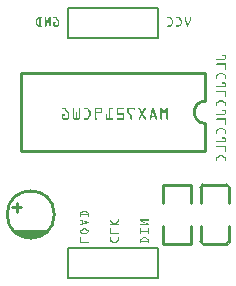
<source format=gbo>
G04 Layer: BottomSilkLayer*
G04 EasyEDA v6.3.53, 2020-07-19T22:27:28+02:00*
G04 3120cfb910ab4567be944433c0d318a6,a54f91b67bf74260adec70c9c35cfc8e,10*
G04 Gerber Generator version 0.2*
G04 Scale: 100 percent, Rotated: No, Reflected: No *
G04 Dimensions in millimeters *
G04 leading zeros omitted , absolute positions ,3 integer and 3 decimal *
%FSLAX33Y33*%
%MOMM*%
G90*
G71D02*

%ADD10C,0.254000*%
%ADD21C,0.203200*%
%ADD22C,0.202999*%

%LPD*%
G54D21*
G01X12254Y22860D02*
G01X14159Y22860D01*
G01X14159Y20320D01*
G01X6539Y20320D01*
G01X6539Y22860D01*
G54D22*
G01X6539Y22860D02*
G01X12254Y22860D01*
G54D21*
G01X12254Y2540D02*
G01X14159Y2540D01*
G01X14159Y0D01*
G01X6539Y0D01*
G01X6539Y2540D01*
G54D22*
G01X6539Y2540D02*
G01X12254Y2540D01*
G54D10*
G01X17936Y2887D02*
G01X19936Y2887D01*
G01X17736Y6387D02*
G01X17736Y7587D01*
G01X20136Y6387D02*
G01X20136Y7587D01*
G01X17736Y4387D02*
G01X17736Y3188D01*
G01X20136Y4387D02*
G01X20136Y3188D01*
G01X17936Y7887D02*
G01X19936Y7887D01*
G01X17736Y7687D02*
G01X17736Y7587D01*
G01X20136Y7687D02*
G01X20136Y7587D01*
G01X17736Y3087D02*
G01X17736Y3188D01*
G01X20136Y3087D02*
G01X20136Y3188D01*
G01X16955Y2887D02*
G01X14556Y2887D01*
G01X14556Y6387D02*
G01X14556Y7887D01*
G01X16955Y6387D02*
G01X16955Y7887D01*
G01X14556Y4387D02*
G01X14556Y2887D01*
G01X16955Y4387D02*
G01X16955Y2887D01*
G01X16955Y7887D02*
G01X14556Y7887D01*
G01X2158Y5590D02*
G01X2158Y6390D01*
G01X2539Y5997D02*
G01X1739Y5997D01*
G01X18150Y14977D02*
G01X18150Y17386D01*
G01X2549Y17386D01*
G01X2549Y17386D02*
G01X2549Y10744D01*
G01X2549Y10744D02*
G01X18119Y10744D01*
G01X18119Y13080D01*

%LPD*%
G36*
G01X4226Y22088D02*
G01X4048Y22088D01*
G01X4004Y22082D01*
G01X3966Y22065D01*
G01X3935Y22038D01*
G01X3911Y21999D01*
G01X3809Y21793D01*
G01X3798Y21768D01*
G01X3790Y21742D01*
G01X3785Y21717D01*
G01X3784Y21691D01*
G01X3785Y21662D01*
G01X3790Y21633D01*
G01X3798Y21607D01*
G01X3809Y21582D01*
G01X3913Y21374D01*
G01X3938Y21336D01*
G01X3970Y21309D01*
G01X4010Y21293D01*
G01X4058Y21287D01*
G01X4226Y21287D01*
G01X4256Y21291D01*
G01X4277Y21300D01*
G01X4290Y21316D01*
G01X4294Y21338D01*
G01X4290Y21361D01*
G01X4277Y21376D01*
G01X4256Y21386D01*
G01X4226Y21389D01*
G01X4190Y21389D01*
G01X4190Y21986D01*
G01X4226Y21986D01*
G01X4256Y21989D01*
G01X4277Y21999D01*
G01X4290Y22014D01*
G01X4294Y22037D01*
G01X4290Y22059D01*
G01X4277Y22075D01*
G01X4256Y22085D01*
G01X4226Y22088D01*
G37*

%LPC*%
G36*
G01X4088Y21986D02*
G01X4058Y21986D01*
G01X4040Y21984D01*
G01X4025Y21978D01*
G01X4014Y21967D01*
G01X4005Y21953D01*
G01X3906Y21757D01*
G01X3897Y21738D01*
G01X3890Y21719D01*
G01X3887Y21702D01*
G01X3885Y21686D01*
G01X3886Y21672D01*
G01X3889Y21658D01*
G01X3894Y21643D01*
G01X3900Y21628D01*
G01X4002Y21422D01*
G01X4011Y21408D01*
G01X4023Y21397D01*
G01X4038Y21391D01*
G01X4055Y21389D01*
G01X4088Y21389D01*
G01X4088Y21986D01*
G37*

%LPD*%
G36*
G01X4601Y22084D02*
G01X4579Y22088D01*
G01X4556Y22084D01*
G01X4541Y22070D01*
G01X4531Y22049D01*
G01X4528Y22019D01*
G01X4528Y21287D01*
G01X4662Y21287D01*
G01X4934Y21905D01*
G01X4934Y21356D01*
G01X4937Y21326D01*
G01X4947Y21305D01*
G01X4963Y21292D01*
G01X4985Y21287D01*
G01X5007Y21292D01*
G01X5023Y21305D01*
G01X5033Y21326D01*
G01X5036Y21356D01*
G01X5036Y22088D01*
G01X4901Y22088D01*
G01X4629Y21463D01*
G01X4629Y22019D01*
G01X4626Y22049D01*
G01X4617Y22070D01*
G01X4601Y22084D01*
G37*

%LPD*%
G36*
G01X5473Y22088D02*
G01X5341Y22088D01*
G01X5311Y22085D01*
G01X5289Y22075D01*
G01X5276Y22059D01*
G01X5272Y22037D01*
G01X5276Y22014D01*
G01X5289Y21999D01*
G01X5311Y21989D01*
G01X5341Y21986D01*
G01X5457Y21986D01*
G01X5471Y21985D01*
G01X5483Y21984D01*
G01X5492Y21983D01*
G01X5498Y21981D01*
G01X5503Y21978D01*
G01X5508Y21973D01*
G01X5515Y21964D01*
G01X5523Y21953D01*
G01X5650Y21788D01*
G01X5662Y21772D01*
G01X5670Y21753D01*
G01X5674Y21733D01*
G01X5676Y21712D01*
G01X5676Y21450D01*
G01X5672Y21423D01*
G01X5661Y21404D01*
G01X5643Y21393D01*
G01X5617Y21389D01*
G01X5430Y21389D01*
G01X5404Y21393D01*
G01X5386Y21404D01*
G01X5375Y21423D01*
G01X5371Y21450D01*
G01X5371Y21549D01*
G01X5457Y21549D01*
G01X5487Y21552D01*
G01X5509Y21561D01*
G01X5522Y21576D01*
G01X5526Y21597D01*
G01X5522Y21621D01*
G01X5509Y21637D01*
G01X5487Y21647D01*
G01X5457Y21651D01*
G01X5269Y21651D01*
G01X5269Y21437D01*
G01X5273Y21408D01*
G01X5281Y21380D01*
G01X5295Y21355D01*
G01X5315Y21331D01*
G01X5339Y21312D01*
G01X5365Y21298D01*
G01X5392Y21290D01*
G01X5422Y21287D01*
G01X5625Y21287D01*
G01X5657Y21290D01*
G01X5686Y21298D01*
G01X5711Y21312D01*
G01X5734Y21331D01*
G01X5753Y21355D01*
G01X5767Y21381D01*
G01X5775Y21410D01*
G01X5777Y21442D01*
G01X5777Y21724D01*
G01X5774Y21758D01*
G01X5766Y21791D01*
G01X5752Y21823D01*
G01X5732Y21854D01*
G01X5597Y22027D01*
G01X5571Y22054D01*
G01X5542Y22072D01*
G01X5509Y22084D01*
G01X5473Y22088D01*
G37*

%LPD*%

%LPD*%
G36*
G01X15153Y22088D02*
G01X14980Y22088D01*
G01X14951Y22085D01*
G01X14931Y22075D01*
G01X14918Y22059D01*
G01X14914Y22037D01*
G01X14918Y22014D01*
G01X14931Y21999D01*
G01X14951Y21989D01*
G01X14980Y21986D01*
G01X15150Y21986D01*
G01X15167Y21984D01*
G01X15181Y21978D01*
G01X15193Y21969D01*
G01X15203Y21955D01*
G01X15302Y21752D01*
G01X15309Y21737D01*
G01X15314Y21720D01*
G01X15317Y21704D01*
G01X15318Y21686D01*
G01X15317Y21671D01*
G01X15314Y21656D01*
G01X15309Y21641D01*
G01X15302Y21625D01*
G01X15203Y21425D01*
G01X15193Y21409D01*
G01X15180Y21398D01*
G01X15164Y21391D01*
G01X15145Y21389D01*
G01X14980Y21389D01*
G01X14951Y21386D01*
G01X14931Y21376D01*
G01X14918Y21361D01*
G01X14914Y21338D01*
G01X14918Y21316D01*
G01X14931Y21300D01*
G01X14951Y21291D01*
G01X14980Y21287D01*
G01X15160Y21287D01*
G01X15202Y21293D01*
G01X15238Y21309D01*
G01X15268Y21336D01*
G01X15292Y21374D01*
G01X15399Y21587D01*
G01X15409Y21611D01*
G01X15416Y21635D01*
G01X15420Y21660D01*
G01X15422Y21686D01*
G01X15420Y21714D01*
G01X15416Y21740D01*
G01X15409Y21764D01*
G01X15399Y21788D01*
G01X15292Y22001D01*
G01X15267Y22039D01*
G01X15236Y22066D01*
G01X15197Y22082D01*
G01X15153Y22088D01*
G37*

%LPD*%
G36*
G01X15897Y22088D02*
G01X15724Y22088D01*
G01X15695Y22085D01*
G01X15674Y22075D01*
G01X15662Y22059D01*
G01X15658Y22037D01*
G01X15662Y22014D01*
G01X15675Y21999D01*
G01X15695Y21989D01*
G01X15724Y21986D01*
G01X15894Y21986D01*
G01X15911Y21984D01*
G01X15925Y21978D01*
G01X15936Y21969D01*
G01X15945Y21955D01*
G01X16047Y21752D01*
G01X16053Y21737D01*
G01X16058Y21720D01*
G01X16061Y21704D01*
G01X16062Y21686D01*
G01X16061Y21671D01*
G01X16058Y21656D01*
G01X16053Y21641D01*
G01X16047Y21625D01*
G01X15948Y21425D01*
G01X15937Y21409D01*
G01X15924Y21398D01*
G01X15908Y21391D01*
G01X15889Y21389D01*
G01X15724Y21389D01*
G01X15695Y21386D01*
G01X15674Y21376D01*
G01X15662Y21361D01*
G01X15658Y21338D01*
G01X15662Y21316D01*
G01X15675Y21300D01*
G01X15695Y21291D01*
G01X15724Y21287D01*
G01X15902Y21287D01*
G01X15945Y21293D01*
G01X15981Y21309D01*
G01X16012Y21336D01*
G01X16037Y21374D01*
G01X16143Y21587D01*
G01X16153Y21611D01*
G01X16161Y21635D01*
G01X16165Y21660D01*
G01X16166Y21686D01*
G01X16165Y21714D01*
G01X16161Y21740D01*
G01X16153Y21764D01*
G01X16143Y21788D01*
G01X16037Y22001D01*
G01X16012Y22039D01*
G01X15980Y22066D01*
G01X15942Y22082D01*
G01X15897Y22088D01*
G37*

%LPD*%
G36*
G01X16474Y22084D02*
G01X16451Y22088D01*
G01X16429Y22084D01*
G01X16415Y22071D01*
G01X16405Y22050D01*
G01X16402Y22022D01*
G01X16402Y21879D01*
G01X16403Y21867D01*
G01X16404Y21854D01*
G01X16406Y21841D01*
G01X16410Y21828D01*
G01X16606Y21320D01*
G01X16614Y21306D01*
G01X16625Y21296D01*
G01X16639Y21290D01*
G01X16654Y21287D01*
G01X16671Y21290D01*
G01X16684Y21296D01*
G01X16696Y21306D01*
G01X16705Y21320D01*
G01X16900Y21828D01*
G01X16902Y21834D01*
G01X16903Y21836D01*
G01X16903Y21839D01*
G01X16906Y21847D01*
G01X16908Y21856D01*
G01X16910Y21867D01*
G01X16910Y22019D01*
G01X16907Y22049D01*
G01X16898Y22070D01*
G01X16882Y22084D01*
G01X16860Y22088D01*
G01X16837Y22084D01*
G01X16821Y22070D01*
G01X16812Y22049D01*
G01X16809Y22019D01*
G01X16809Y21872D01*
G01X16656Y21481D01*
G01X16504Y21872D01*
G01X16504Y22022D01*
G01X16500Y22050D01*
G01X16491Y22071D01*
G01X16474Y22084D01*
G37*

%LPD*%

%LPD*%
G36*
G01X7917Y5698D02*
G01X7891Y5699D01*
G01X7861Y5698D01*
G01X7833Y5694D01*
G01X7807Y5687D01*
G01X7782Y5677D01*
G01X7574Y5572D01*
G01X7536Y5547D01*
G01X7509Y5515D01*
G01X7493Y5475D01*
G01X7487Y5428D01*
G01X7487Y5260D01*
G01X7490Y5230D01*
G01X7500Y5209D01*
G01X7516Y5196D01*
G01X7538Y5191D01*
G01X7560Y5196D01*
G01X7576Y5209D01*
G01X7585Y5230D01*
G01X7589Y5260D01*
G01X7589Y5293D01*
G01X8186Y5293D01*
G01X8186Y5260D01*
G01X8189Y5230D01*
G01X8199Y5209D01*
G01X8214Y5196D01*
G01X8237Y5191D01*
G01X8259Y5196D01*
G01X8275Y5209D01*
G01X8284Y5230D01*
G01X8288Y5260D01*
G01X8288Y5438D01*
G01X8282Y5481D01*
G01X8265Y5518D01*
G01X8237Y5549D01*
G01X8199Y5575D01*
G01X7993Y5677D01*
G01X7967Y5687D01*
G01X7942Y5694D01*
G01X7917Y5698D01*
G37*

%LPC*%
G36*
G01X7902Y5596D02*
G01X7886Y5598D01*
G01X7872Y5597D01*
G01X7857Y5595D01*
G01X7843Y5591D01*
G01X7828Y5585D01*
G01X7622Y5484D01*
G01X7607Y5474D01*
G01X7597Y5463D01*
G01X7591Y5448D01*
G01X7589Y5430D01*
G01X7589Y5395D01*
G01X8186Y5395D01*
G01X8186Y5428D01*
G01X8184Y5445D01*
G01X8177Y5460D01*
G01X8167Y5472D01*
G01X8153Y5481D01*
G01X7957Y5578D01*
G01X7938Y5586D01*
G01X7919Y5593D01*
G01X7902Y5596D01*
G37*

%LPD*%
G36*
G01X7542Y4957D02*
G01X7536Y4958D01*
G01X7526Y4957D01*
G01X7516Y4954D01*
G01X7508Y4949D01*
G01X7500Y4943D01*
G01X7495Y4934D01*
G01X7490Y4926D01*
G01X7488Y4917D01*
G01X7487Y4907D01*
G01X7490Y4889D01*
G01X7501Y4874D01*
G01X7517Y4863D01*
G01X7541Y4854D01*
G01X7660Y4818D01*
G01X7660Y4590D01*
G01X7541Y4554D01*
G01X7517Y4545D01*
G01X7501Y4533D01*
G01X7490Y4518D01*
G01X7487Y4501D01*
G01X7488Y4491D01*
G01X7490Y4481D01*
G01X7500Y4465D01*
G01X7508Y4458D01*
G01X7516Y4453D01*
G01X7526Y4451D01*
G01X7536Y4450D01*
G01X7542Y4450D01*
G01X7550Y4452D01*
G01X7559Y4454D01*
G01X7569Y4457D01*
G01X8247Y4656D01*
G01X8265Y4663D01*
G01X8277Y4674D01*
G01X8285Y4688D01*
G01X8288Y4704D01*
G01X8285Y4721D01*
G01X8277Y4735D01*
G01X8265Y4746D01*
G01X8247Y4755D01*
G01X7569Y4950D01*
G01X7559Y4954D01*
G01X7550Y4956D01*
G01X7542Y4957D01*
G37*

%LPC*%
G36*
G01X8051Y4704D02*
G01X7762Y4788D01*
G01X7762Y4620D01*
G01X8051Y4704D01*
G37*

%LPD*%
G36*
G01X7914Y4212D02*
G01X7886Y4214D01*
G01X7859Y4212D01*
G01X7831Y4206D01*
G01X7803Y4198D01*
G01X7774Y4186D01*
G01X7561Y4079D01*
G01X7546Y4070D01*
G01X7532Y4059D01*
G01X7519Y4046D01*
G01X7508Y4031D01*
G01X7499Y4014D01*
G01X7493Y3997D01*
G01X7488Y3978D01*
G01X7487Y3960D01*
G01X7492Y3921D01*
G01X7507Y3888D01*
G01X7532Y3861D01*
G01X7566Y3838D01*
G01X7777Y3731D01*
G01X7804Y3720D01*
G01X7831Y3712D01*
G01X7860Y3707D01*
G01X7889Y3706D01*
G01X7915Y3707D01*
G01X7940Y3711D01*
G01X7964Y3718D01*
G01X7988Y3728D01*
G01X8211Y3838D01*
G01X8244Y3860D01*
G01X8268Y3888D01*
G01X8282Y3922D01*
G01X8288Y3962D01*
G01X8286Y3980D01*
G01X8282Y3997D01*
G01X8276Y4014D01*
G01X8267Y4031D01*
G01X8256Y4046D01*
G01X8244Y4059D01*
G01X8231Y4070D01*
G01X8216Y4079D01*
G01X7988Y4193D01*
G01X7965Y4202D01*
G01X7941Y4209D01*
G01X7914Y4212D01*
G37*

%LPC*%
G36*
G01X7904Y4110D02*
G01X7889Y4112D01*
G01X7872Y4111D01*
G01X7857Y4109D01*
G01X7842Y4105D01*
G01X7828Y4099D01*
G01X7612Y3990D01*
G01X7603Y3984D01*
G01X7597Y3977D01*
G01X7593Y3969D01*
G01X7592Y3960D01*
G01X7593Y3950D01*
G01X7597Y3941D01*
G01X7604Y3933D01*
G01X7614Y3927D01*
G01X7815Y3828D01*
G01X7835Y3818D01*
G01X7854Y3812D01*
G01X7871Y3808D01*
G01X7886Y3807D01*
G01X7904Y3808D01*
G01X7923Y3812D01*
G01X7942Y3818D01*
G01X7962Y3828D01*
G01X8166Y3929D01*
G01X8174Y3934D01*
G01X8181Y3940D01*
G01X8184Y3949D01*
G01X8186Y3960D01*
G01X8184Y3969D01*
G01X8181Y3977D01*
G01X8174Y3983D01*
G01X8166Y3988D01*
G01X7957Y4092D01*
G01X7939Y4101D01*
G01X7921Y4107D01*
G01X7904Y4110D01*
G37*

%LPD*%
G36*
G01X7560Y3465D02*
G01X7538Y3469D01*
G01X7516Y3465D01*
G01X7500Y3452D01*
G01X7490Y3431D01*
G01X7487Y3401D01*
G01X7487Y2961D01*
G01X8219Y2961D01*
G01X8249Y2964D01*
G01X8270Y2974D01*
G01X8283Y2990D01*
G01X8288Y3012D01*
G01X8283Y3036D01*
G01X8270Y3052D01*
G01X8249Y3062D01*
G01X8219Y3066D01*
G01X7589Y3066D01*
G01X7589Y3401D01*
G01X7585Y3431D01*
G01X7576Y3452D01*
G01X7560Y3465D01*
G37*

%LPD*%

%LPD*%
G36*
G01X10094Y4958D02*
G01X10083Y4960D01*
G01X10073Y4959D01*
G01X10063Y4957D01*
G01X10054Y4952D01*
G01X10045Y4945D01*
G01X10038Y4937D01*
G01X10033Y4928D01*
G01X10030Y4919D01*
G01X10029Y4910D01*
G01X10031Y4900D01*
G01X10036Y4889D01*
G01X10044Y4876D01*
G01X10055Y4861D01*
G01X10322Y4551D01*
G01X10101Y4551D01*
G01X10071Y4548D01*
G01X10049Y4539D01*
G01X10036Y4523D01*
G01X10032Y4501D01*
G01X10036Y4478D01*
G01X10049Y4463D01*
G01X10071Y4453D01*
G01X10101Y4450D01*
G01X10764Y4450D01*
G01X10793Y4453D01*
G01X10815Y4463D01*
G01X10828Y4478D01*
G01X10832Y4501D01*
G01X10828Y4523D01*
G01X10815Y4539D01*
G01X10793Y4548D01*
G01X10764Y4551D01*
G01X10545Y4551D01*
G01X10807Y4864D01*
G01X10818Y4878D01*
G01X10826Y4890D01*
G01X10831Y4901D01*
G01X10832Y4910D01*
G01X10831Y4919D01*
G01X10829Y4928D01*
G01X10823Y4937D01*
G01X10817Y4945D01*
G01X10809Y4952D01*
G01X10801Y4957D01*
G01X10791Y4959D01*
G01X10781Y4960D01*
G01X10770Y4958D01*
G01X10757Y4953D01*
G01X10744Y4943D01*
G01X10730Y4930D01*
G01X10433Y4579D01*
G01X10131Y4930D01*
G01X10118Y4943D01*
G01X10106Y4953D01*
G01X10094Y4958D01*
G37*

%LPD*%
G36*
G01X10105Y4210D02*
G01X10083Y4214D01*
G01X10060Y4210D01*
G01X10045Y4196D01*
G01X10035Y4175D01*
G01X10032Y4145D01*
G01X10032Y3706D01*
G01X10761Y3706D01*
G01X10791Y3709D01*
G01X10812Y3718D01*
G01X10825Y3734D01*
G01X10830Y3756D01*
G01X10825Y3779D01*
G01X10812Y3794D01*
G01X10791Y3804D01*
G01X10761Y3807D01*
G01X10134Y3807D01*
G01X10134Y4145D01*
G01X10131Y4175D01*
G01X10121Y4196D01*
G01X10105Y4210D01*
G37*

%LPD*%
G36*
G01X10105Y3465D02*
G01X10083Y3469D01*
G01X10060Y3465D01*
G01X10045Y3453D01*
G01X10035Y3432D01*
G01X10032Y3403D01*
G01X10032Y3223D01*
G01X10038Y3180D01*
G01X10054Y3144D01*
G01X10081Y3113D01*
G01X10118Y3088D01*
G01X10332Y2984D01*
G01X10355Y2974D01*
G01X10379Y2967D01*
G01X10404Y2963D01*
G01X10431Y2961D01*
G01X10458Y2963D01*
G01X10484Y2967D01*
G01X10509Y2974D01*
G01X10532Y2984D01*
G01X10746Y3088D01*
G01X10783Y3113D01*
G01X10811Y3145D01*
G01X10827Y3184D01*
G01X10832Y3231D01*
G01X10832Y3403D01*
G01X10829Y3432D01*
G01X10819Y3453D01*
G01X10804Y3465D01*
G01X10781Y3469D01*
G01X10759Y3465D01*
G01X10743Y3453D01*
G01X10734Y3432D01*
G01X10730Y3403D01*
G01X10730Y3233D01*
G01X10728Y3215D01*
G01X10722Y3201D01*
G01X10712Y3189D01*
G01X10697Y3180D01*
G01X10497Y3081D01*
G01X10481Y3074D01*
G01X10464Y3069D01*
G01X10448Y3067D01*
G01X10431Y3066D01*
G01X10416Y3067D01*
G01X10400Y3069D01*
G01X10385Y3074D01*
G01X10370Y3081D01*
G01X10169Y3177D01*
G01X10153Y3188D01*
G01X10143Y3202D01*
G01X10136Y3218D01*
G01X10134Y3238D01*
G01X10134Y3403D01*
G01X10131Y3432D01*
G01X10121Y3453D01*
G01X10105Y3465D01*
G37*

%LPD*%

%LPD*%
G36*
G01X13309Y4958D02*
G01X12575Y4958D01*
G01X12575Y4823D01*
G01X13192Y4551D01*
G01X12643Y4551D01*
G01X12613Y4548D01*
G01X12592Y4539D01*
G01X12579Y4523D01*
G01X12575Y4501D01*
G01X12579Y4478D01*
G01X12592Y4463D01*
G01X12613Y4453D01*
G01X12643Y4450D01*
G01X13375Y4450D01*
G01X13375Y4584D01*
G01X12752Y4856D01*
G01X13309Y4856D01*
G01X13338Y4859D01*
G01X13358Y4869D01*
G01X13371Y4885D01*
G01X13375Y4907D01*
G01X13371Y4929D01*
G01X13358Y4945D01*
G01X13338Y4955D01*
G01X13309Y4958D01*
G37*

%LPD*%
G36*
G01X12650Y4210D02*
G01X12628Y4214D01*
G01X12605Y4210D01*
G01X12588Y4196D01*
G01X12578Y4175D01*
G01X12575Y4145D01*
G01X12575Y3777D01*
G01X12578Y3747D01*
G01X12588Y3725D01*
G01X12605Y3712D01*
G01X12628Y3708D01*
G01X12650Y3712D01*
G01X12666Y3725D01*
G01X12676Y3747D01*
G01X12679Y3777D01*
G01X12679Y3909D01*
G01X13273Y3909D01*
G01X13273Y3774D01*
G01X13277Y3744D01*
G01X13286Y3723D01*
G01X13303Y3710D01*
G01X13326Y3706D01*
G01X13348Y3710D01*
G01X13362Y3723D01*
G01X13372Y3744D01*
G01X13375Y3774D01*
G01X13375Y4145D01*
G01X13372Y4175D01*
G01X13362Y4196D01*
G01X13348Y4210D01*
G01X13326Y4214D01*
G01X13303Y4210D01*
G01X13286Y4196D01*
G01X13277Y4175D01*
G01X13273Y4145D01*
G01X13273Y4010D01*
G01X12679Y4010D01*
G01X12679Y4145D01*
G01X12676Y4175D01*
G01X12666Y4196D01*
G01X12650Y4210D01*
G37*

%LPD*%
G36*
G01X13004Y3468D02*
G01X12978Y3469D01*
G01X12949Y3468D01*
G01X12921Y3463D01*
G01X12896Y3455D01*
G01X12872Y3444D01*
G01X12661Y3340D01*
G01X12623Y3315D01*
G01X12596Y3283D01*
G01X12580Y3243D01*
G01X12575Y3195D01*
G01X12575Y3027D01*
G01X12578Y2997D01*
G01X12588Y2976D01*
G01X12605Y2963D01*
G01X12628Y2959D01*
G01X12650Y2963D01*
G01X12666Y2976D01*
G01X12676Y2997D01*
G01X12679Y3027D01*
G01X12679Y3063D01*
G01X13273Y3063D01*
G01X13273Y3027D01*
G01X13277Y2997D01*
G01X13286Y2976D01*
G01X13303Y2963D01*
G01X13326Y2959D01*
G01X13348Y2963D01*
G01X13362Y2976D01*
G01X13372Y2997D01*
G01X13375Y3027D01*
G01X13375Y3205D01*
G01X13369Y3249D01*
G01X13352Y3286D01*
G01X13325Y3317D01*
G01X13286Y3342D01*
G01X13080Y3444D01*
G01X13055Y3455D01*
G01X13029Y3463D01*
G01X13004Y3468D01*
G37*

%LPC*%
G36*
G01X12991Y3366D02*
G01X12976Y3368D01*
G01X12961Y3367D01*
G01X12946Y3364D01*
G01X12932Y3359D01*
G01X12917Y3353D01*
G01X12709Y3251D01*
G01X12696Y3242D01*
G01X12686Y3230D01*
G01X12681Y3215D01*
G01X12679Y3198D01*
G01X12679Y3165D01*
G01X13273Y3165D01*
G01X13273Y3195D01*
G01X13271Y3213D01*
G01X13265Y3228D01*
G01X13256Y3239D01*
G01X13243Y3248D01*
G01X13044Y3347D01*
G01X13025Y3356D01*
G01X13007Y3363D01*
G01X12991Y3366D01*
G37*

%LPD*%

%LPD*%
G36*
G01X19732Y18889D02*
G01X19582Y18889D01*
G01X19551Y18885D01*
G01X19529Y18875D01*
G01X19516Y18857D01*
G01X19511Y18833D01*
G01X19516Y18810D01*
G01X19529Y18795D01*
G01X19551Y18785D01*
G01X19582Y18782D01*
G01X19717Y18782D01*
G01X19746Y18778D01*
G01X19767Y18766D01*
G01X19779Y18746D01*
G01X19783Y18719D01*
G01X19783Y18632D01*
G01X19779Y18606D01*
G01X19767Y18586D01*
G01X19747Y18575D01*
G01X19720Y18571D01*
G01X19128Y18571D01*
G01X19097Y18568D01*
G01X19074Y18558D01*
G01X19061Y18541D01*
G01X19057Y18518D01*
G01X19061Y18494D01*
G01X19074Y18478D01*
G01X19097Y18468D01*
G01X19128Y18465D01*
G01X19720Y18465D01*
G01X19756Y18468D01*
G01X19788Y18476D01*
G01X19817Y18490D01*
G01X19841Y18510D01*
G01X19863Y18535D01*
G01X19878Y18563D01*
G01X19887Y18595D01*
G01X19890Y18630D01*
G01X19890Y18719D01*
G01X19887Y18754D01*
G01X19879Y18786D01*
G01X19864Y18815D01*
G01X19844Y18840D01*
G01X19821Y18862D01*
G01X19795Y18877D01*
G01X19765Y18886D01*
G01X19732Y18889D01*
G37*

%LPD*%
G36*
G01X19890Y18162D02*
G01X19128Y18162D01*
G01X19097Y18159D01*
G01X19074Y18150D01*
G01X19061Y18134D01*
G01X19057Y18111D01*
G01X19061Y18087D01*
G01X19074Y18070D01*
G01X19097Y18059D01*
G01X19128Y18056D01*
G01X19783Y18056D01*
G01X19783Y17708D01*
G01X19787Y17677D01*
G01X19796Y17654D01*
G01X19813Y17641D01*
G01X19836Y17636D01*
G01X19860Y17641D01*
G01X19877Y17654D01*
G01X19886Y17677D01*
G01X19890Y17708D01*
G01X19890Y18162D01*
G37*

%LPD*%
G36*
G01X19501Y17389D02*
G01X19473Y17390D01*
G01X19445Y17389D01*
G01X19418Y17384D01*
G01X19393Y17376D01*
G01X19369Y17365D01*
G01X19146Y17255D01*
G01X19106Y17229D01*
G01X19079Y17196D01*
G01X19062Y17155D01*
G01X19057Y17108D01*
G01X19057Y16928D01*
G01X19060Y16898D01*
G01X19069Y16877D01*
G01X19085Y16863D01*
G01X19107Y16859D01*
G01X19131Y16863D01*
G01X19148Y16877D01*
G01X19157Y16898D01*
G01X19161Y16928D01*
G01X19161Y17106D01*
G01X19163Y17123D01*
G01X19169Y17139D01*
G01X19180Y17151D01*
G01X19194Y17161D01*
G01X19405Y17266D01*
G01X19421Y17272D01*
G01X19439Y17277D01*
G01X19457Y17280D01*
G01X19476Y17281D01*
G01X19491Y17280D01*
G01X19507Y17277D01*
G01X19523Y17272D01*
G01X19539Y17266D01*
G01X19747Y17161D01*
G01X19763Y17151D01*
G01X19774Y17138D01*
G01X19781Y17120D01*
G01X19783Y17101D01*
G01X19783Y16928D01*
G01X19787Y16898D01*
G01X19796Y16877D01*
G01X19813Y16863D01*
G01X19836Y16859D01*
G01X19860Y16863D01*
G01X19877Y16877D01*
G01X19886Y16898D01*
G01X19890Y16928D01*
G01X19890Y17116D01*
G01X19884Y17160D01*
G01X19867Y17198D01*
G01X19838Y17230D01*
G01X19798Y17255D01*
G01X19577Y17365D01*
G01X19553Y17376D01*
G01X19527Y17384D01*
G01X19501Y17389D01*
G37*

%LPD*%
G36*
G01X19732Y16562D02*
G01X19582Y16562D01*
G01X19551Y16558D01*
G01X19529Y16549D01*
G01X19516Y16532D01*
G01X19511Y16509D01*
G01X19516Y16485D01*
G01X19529Y16469D01*
G01X19551Y16459D01*
G01X19582Y16455D01*
G01X19717Y16455D01*
G01X19746Y16452D01*
G01X19767Y16440D01*
G01X19779Y16421D01*
G01X19783Y16394D01*
G01X19783Y16308D01*
G01X19779Y16280D01*
G01X19767Y16260D01*
G01X19747Y16249D01*
G01X19720Y16245D01*
G01X19128Y16245D01*
G01X19097Y16242D01*
G01X19074Y16232D01*
G01X19061Y16216D01*
G01X19057Y16194D01*
G01X19061Y16169D01*
G01X19074Y16152D01*
G01X19097Y16141D01*
G01X19128Y16138D01*
G01X19720Y16138D01*
G01X19756Y16141D01*
G01X19788Y16150D01*
G01X19817Y16164D01*
G01X19841Y16184D01*
G01X19863Y16208D01*
G01X19878Y16236D01*
G01X19887Y16268D01*
G01X19890Y16303D01*
G01X19890Y16394D01*
G01X19887Y16429D01*
G01X19879Y16462D01*
G01X19864Y16490D01*
G01X19844Y16516D01*
G01X19821Y16536D01*
G01X19795Y16551D01*
G01X19765Y16559D01*
G01X19732Y16562D01*
G37*

%LPD*%
G36*
G01X19890Y15838D02*
G01X19128Y15838D01*
G01X19097Y15835D01*
G01X19074Y15825D01*
G01X19061Y15808D01*
G01X19057Y15785D01*
G01X19061Y15761D01*
G01X19074Y15745D01*
G01X19097Y15735D01*
G01X19128Y15731D01*
G01X19783Y15731D01*
G01X19783Y15381D01*
G01X19787Y15350D01*
G01X19796Y15328D01*
G01X19813Y15314D01*
G01X19836Y15310D01*
G01X19860Y15314D01*
G01X19877Y15328D01*
G01X19886Y15350D01*
G01X19890Y15381D01*
G01X19890Y15838D01*
G37*

%LPD*%
G36*
G01X19501Y15062D02*
G01X19473Y15063D01*
G01X19445Y15062D01*
G01X19418Y15058D01*
G01X19393Y15051D01*
G01X19369Y15041D01*
G01X19146Y14931D01*
G01X19106Y14905D01*
G01X19079Y14872D01*
G01X19062Y14831D01*
G01X19057Y14784D01*
G01X19057Y14604D01*
G01X19060Y14574D01*
G01X19069Y14552D01*
G01X19085Y14539D01*
G01X19107Y14535D01*
G01X19131Y14539D01*
G01X19148Y14552D01*
G01X19157Y14574D01*
G01X19161Y14604D01*
G01X19161Y14779D01*
G01X19163Y14798D01*
G01X19169Y14814D01*
G01X19180Y14826D01*
G01X19194Y14835D01*
G01X19405Y14939D01*
G01X19421Y14947D01*
G01X19439Y14952D01*
G01X19457Y14956D01*
G01X19476Y14957D01*
G01X19491Y14956D01*
G01X19507Y14952D01*
G01X19523Y14947D01*
G01X19539Y14939D01*
G01X19747Y14837D01*
G01X19763Y14827D01*
G01X19774Y14814D01*
G01X19781Y14796D01*
G01X19783Y14776D01*
G01X19783Y14604D01*
G01X19787Y14574D01*
G01X19796Y14552D01*
G01X19813Y14539D01*
G01X19836Y14535D01*
G01X19860Y14539D01*
G01X19877Y14552D01*
G01X19886Y14574D01*
G01X19890Y14604D01*
G01X19890Y14789D01*
G01X19884Y14834D01*
G01X19867Y14873D01*
G01X19838Y14905D01*
G01X19798Y14931D01*
G01X19577Y15041D01*
G01X19553Y15051D01*
G01X19527Y15058D01*
G01X19501Y15062D01*
G37*

%LPD*%
G36*
G01X19732Y14238D02*
G01X19582Y14238D01*
G01X19551Y14234D01*
G01X19529Y14225D01*
G01X19516Y14208D01*
G01X19511Y14185D01*
G01X19516Y14161D01*
G01X19529Y14144D01*
G01X19551Y14135D01*
G01X19582Y14131D01*
G01X19717Y14131D01*
G01X19746Y14127D01*
G01X19767Y14116D01*
G01X19779Y14096D01*
G01X19783Y14068D01*
G01X19783Y13984D01*
G01X19779Y13956D01*
G01X19767Y13936D01*
G01X19747Y13925D01*
G01X19720Y13920D01*
G01X19128Y13920D01*
G01X19097Y13917D01*
G01X19074Y13907D01*
G01X19061Y13890D01*
G01X19057Y13867D01*
G01X19061Y13844D01*
G01X19074Y13827D01*
G01X19097Y13817D01*
G01X19128Y13814D01*
G01X19720Y13814D01*
G01X19756Y13817D01*
G01X19788Y13825D01*
G01X19817Y13840D01*
G01X19841Y13859D01*
G01X19863Y13884D01*
G01X19878Y13912D01*
G01X19887Y13944D01*
G01X19890Y13979D01*
G01X19890Y14068D01*
G01X19887Y14104D01*
G01X19879Y14136D01*
G01X19864Y14165D01*
G01X19844Y14190D01*
G01X19821Y14211D01*
G01X19795Y14226D01*
G01X19765Y14235D01*
G01X19732Y14238D01*
G37*

%LPD*%
G36*
G01X19890Y13512D02*
G01X19128Y13512D01*
G01X19097Y13508D01*
G01X19074Y13499D01*
G01X19061Y13483D01*
G01X19057Y13461D01*
G01X19061Y13437D01*
G01X19074Y13421D01*
G01X19097Y13411D01*
G01X19128Y13407D01*
G01X19783Y13407D01*
G01X19783Y13057D01*
G01X19787Y13026D01*
G01X19796Y13004D01*
G01X19813Y12990D01*
G01X19836Y12986D01*
G01X19860Y12990D01*
G01X19877Y13004D01*
G01X19886Y13026D01*
G01X19890Y13057D01*
G01X19890Y13512D01*
G37*

%LPD*%
G36*
G01X19501Y12738D02*
G01X19473Y12739D01*
G01X19445Y12738D01*
G01X19418Y12734D01*
G01X19393Y12727D01*
G01X19369Y12716D01*
G01X19146Y12605D01*
G01X19106Y12578D01*
G01X19079Y12546D01*
G01X19062Y12506D01*
G01X19057Y12460D01*
G01X19057Y12280D01*
G01X19060Y12249D01*
G01X19069Y12226D01*
G01X19085Y12213D01*
G01X19107Y12208D01*
G01X19131Y12213D01*
G01X19148Y12226D01*
G01X19157Y12249D01*
G01X19161Y12280D01*
G01X19161Y12455D01*
G01X19163Y12473D01*
G01X19169Y12488D01*
G01X19180Y12501D01*
G01X19194Y12511D01*
G01X19405Y12615D01*
G01X19421Y12623D01*
G01X19439Y12628D01*
G01X19457Y12632D01*
G01X19476Y12633D01*
G01X19491Y12632D01*
G01X19507Y12628D01*
G01X19523Y12623D01*
G01X19539Y12615D01*
G01X19747Y12513D01*
G01X19763Y12502D01*
G01X19774Y12488D01*
G01X19781Y12472D01*
G01X19783Y12452D01*
G01X19783Y12280D01*
G01X19787Y12249D01*
G01X19796Y12226D01*
G01X19813Y12213D01*
G01X19836Y12208D01*
G01X19860Y12213D01*
G01X19877Y12226D01*
G01X19886Y12249D01*
G01X19890Y12280D01*
G01X19890Y12465D01*
G01X19884Y12509D01*
G01X19867Y12547D01*
G01X19838Y12579D01*
G01X19798Y12605D01*
G01X19577Y12716D01*
G01X19553Y12727D01*
G01X19527Y12734D01*
G01X19501Y12738D01*
G37*

%LPD*%
G36*
G01X19732Y11914D02*
G01X19582Y11914D01*
G01X19551Y11910D01*
G01X19529Y11900D01*
G01X19516Y11882D01*
G01X19511Y11858D01*
G01X19516Y11836D01*
G01X19529Y11820D01*
G01X19551Y11810D01*
G01X19582Y11807D01*
G01X19717Y11807D01*
G01X19746Y11803D01*
G01X19767Y11791D01*
G01X19779Y11772D01*
G01X19783Y11744D01*
G01X19783Y11657D01*
G01X19779Y11631D01*
G01X19767Y11612D01*
G01X19747Y11600D01*
G01X19720Y11596D01*
G01X19128Y11596D01*
G01X19097Y11593D01*
G01X19074Y11583D01*
G01X19061Y11566D01*
G01X19057Y11543D01*
G01X19061Y11520D01*
G01X19074Y11503D01*
G01X19097Y11493D01*
G01X19128Y11490D01*
G01X19720Y11490D01*
G01X19756Y11493D01*
G01X19788Y11501D01*
G01X19817Y11516D01*
G01X19841Y11535D01*
G01X19863Y11560D01*
G01X19878Y11588D01*
G01X19887Y11620D01*
G01X19890Y11655D01*
G01X19890Y11744D01*
G01X19887Y11779D01*
G01X19879Y11811D01*
G01X19864Y11840D01*
G01X19844Y11866D01*
G01X19821Y11887D01*
G01X19795Y11902D01*
G01X19765Y11911D01*
G01X19732Y11914D01*
G37*

%LPD*%
G36*
G01X19890Y11187D02*
G01X19128Y11187D01*
G01X19097Y11184D01*
G01X19074Y11174D01*
G01X19061Y11157D01*
G01X19057Y11134D01*
G01X19061Y11111D01*
G01X19074Y11094D01*
G01X19097Y11084D01*
G01X19128Y11081D01*
G01X19783Y11081D01*
G01X19783Y10733D01*
G01X19787Y10701D01*
G01X19796Y10677D01*
G01X19813Y10664D01*
G01X19836Y10659D01*
G01X19860Y10664D01*
G01X19877Y10677D01*
G01X19886Y10701D01*
G01X19890Y10733D01*
G01X19890Y11187D01*
G37*

%LPD*%
G36*
G01X19501Y10414D02*
G01X19473Y10415D01*
G01X19445Y10414D01*
G01X19418Y10409D01*
G01X19393Y10401D01*
G01X19369Y10390D01*
G01X19146Y10281D01*
G01X19106Y10254D01*
G01X19079Y10221D01*
G01X19062Y10181D01*
G01X19057Y10133D01*
G01X19057Y9953D01*
G01X19060Y9923D01*
G01X19069Y9902D01*
G01X19085Y9888D01*
G01X19107Y9884D01*
G01X19131Y9888D01*
G01X19148Y9902D01*
G01X19157Y9923D01*
G01X19161Y9953D01*
G01X19161Y10131D01*
G01X19163Y10149D01*
G01X19169Y10163D01*
G01X19180Y10175D01*
G01X19194Y10184D01*
G01X19405Y10291D01*
G01X19421Y10297D01*
G01X19439Y10302D01*
G01X19457Y10305D01*
G01X19476Y10306D01*
G01X19491Y10305D01*
G01X19507Y10302D01*
G01X19523Y10297D01*
G01X19539Y10291D01*
G01X19747Y10187D01*
G01X19763Y10176D01*
G01X19774Y10163D01*
G01X19781Y10146D01*
G01X19783Y10126D01*
G01X19783Y9953D01*
G01X19787Y9923D01*
G01X19796Y9902D01*
G01X19813Y9888D01*
G01X19836Y9884D01*
G01X19860Y9888D01*
G01X19877Y9902D01*
G01X19886Y9923D01*
G01X19890Y9953D01*
G01X19890Y10141D01*
G01X19884Y10185D01*
G01X19867Y10223D01*
G01X19838Y10255D01*
G01X19798Y10281D01*
G01X19577Y10390D01*
G01X19553Y10401D01*
G01X19527Y10409D01*
G01X19501Y10414D01*
G37*

%LPD*%

%LPD*%
G36*
G01X6217Y14402D02*
G01X6052Y14402D01*
G01X6014Y14398D01*
G01X5987Y14386D01*
G01X5971Y14366D01*
G01X5965Y14339D01*
G01X5971Y14311D01*
G01X5987Y14291D01*
G01X6014Y14279D01*
G01X6052Y14275D01*
G01X6218Y14275D01*
G01X6231Y14274D01*
G01X6242Y14272D01*
G01X6250Y14270D01*
G01X6256Y14265D01*
G01X6263Y14257D01*
G01X6272Y14247D01*
G01X6283Y14234D01*
G01X6443Y14029D01*
G01X6456Y14007D01*
G01X6466Y13984D01*
G01X6471Y13958D01*
G01X6473Y13930D01*
G01X6473Y13604D01*
G01X6469Y13571D01*
G01X6455Y13548D01*
G01X6432Y13533D01*
G01X6400Y13528D01*
G01X6164Y13528D01*
G01X6132Y13533D01*
G01X6110Y13548D01*
G01X6097Y13571D01*
G01X6092Y13604D01*
G01X6092Y13726D01*
G01X6199Y13726D01*
G01X6237Y13730D01*
G01X6264Y13743D01*
G01X6280Y13762D01*
G01X6285Y13790D01*
G01X6280Y13818D01*
G01X6264Y13838D01*
G01X6237Y13850D01*
G01X6199Y13853D01*
G01X5965Y13853D01*
G01X5965Y13587D01*
G01X5969Y13551D01*
G01X5979Y13518D01*
G01X5997Y13487D01*
G01X6021Y13457D01*
G01X6051Y13433D01*
G01X6084Y13416D01*
G01X6119Y13405D01*
G01X6156Y13401D01*
G01X6410Y13401D01*
G01X6449Y13405D01*
G01X6485Y13416D01*
G01X6518Y13433D01*
G01X6547Y13457D01*
G01X6570Y13487D01*
G01X6587Y13520D01*
G01X6597Y13556D01*
G01X6600Y13594D01*
G01X6600Y13947D01*
G01X6596Y13990D01*
G01X6586Y14031D01*
G01X6567Y14070D01*
G01X6542Y14107D01*
G01X6374Y14326D01*
G01X6341Y14359D01*
G01X6304Y14383D01*
G01X6263Y14397D01*
G01X6217Y14402D01*
G37*

%LPD*%
G36*
G01X6988Y14394D02*
G01X6959Y14399D01*
G01X6932Y14394D01*
G01X6913Y14379D01*
G01X6901Y14353D01*
G01X6898Y14316D01*
G01X6898Y13565D01*
G01X6900Y13556D01*
G01X6903Y13548D01*
G01X6908Y13538D01*
G01X6969Y13432D01*
G01X6978Y13419D01*
G01X6991Y13409D01*
G01X7005Y13403D01*
G01X7022Y13401D01*
G01X7154Y13401D01*
G01X7176Y13405D01*
G01X7193Y13416D01*
G01X7206Y13433D01*
G01X7215Y13457D01*
G01X7226Y13433D01*
G01X7241Y13416D01*
G01X7259Y13405D01*
G01X7281Y13401D01*
G01X7406Y13401D01*
G01X7423Y13403D01*
G01X7439Y13409D01*
G01X7451Y13419D01*
G01X7462Y13432D01*
G01X7528Y13544D01*
G01X7531Y13551D01*
G01X7533Y13558D01*
G01X7535Y13566D01*
G01X7535Y14316D01*
G01X7531Y14353D01*
G01X7518Y14379D01*
G01X7498Y14394D01*
G01X7469Y14399D01*
G01X7441Y14394D01*
G01X7421Y14379D01*
G01X7409Y14353D01*
G01X7406Y14316D01*
G01X7406Y13592D01*
G01X7370Y13528D01*
G01X7317Y13528D01*
G01X7281Y13592D01*
G01X7281Y13988D01*
G01X7277Y14025D01*
G01X7264Y14051D01*
G01X7244Y14067D01*
G01X7215Y14072D01*
G01X7188Y14067D01*
G01X7169Y14051D01*
G01X7158Y14025D01*
G01X7154Y13988D01*
G01X7154Y13592D01*
G01X7116Y13528D01*
G01X7063Y13528D01*
G01X7025Y13592D01*
G01X7025Y14316D01*
G01X7021Y14353D01*
G01X7008Y14379D01*
G01X6988Y14394D01*
G37*

%LPD*%
G36*
G01X8127Y14402D02*
G01X7911Y14402D01*
G01X7874Y14398D01*
G01X7848Y14386D01*
G01X7832Y14366D01*
G01X7827Y14339D01*
G01X7832Y14311D01*
G01X7848Y14291D01*
G01X7874Y14279D01*
G01X7911Y14275D01*
G01X8122Y14275D01*
G01X8143Y14272D01*
G01X8161Y14265D01*
G01X8176Y14252D01*
G01X8188Y14234D01*
G01X8315Y13980D01*
G01X8323Y13961D01*
G01X8328Y13941D01*
G01X8331Y13920D01*
G01X8333Y13899D01*
G01X8331Y13880D01*
G01X8328Y13861D01*
G01X8323Y13842D01*
G01X8315Y13823D01*
G01X8190Y13571D01*
G01X8177Y13553D01*
G01X8161Y13539D01*
G01X8140Y13531D01*
G01X8117Y13528D01*
G01X7911Y13528D01*
G01X7874Y13525D01*
G01X7848Y13513D01*
G01X7832Y13493D01*
G01X7827Y13465D01*
G01X7832Y13437D01*
G01X7848Y13418D01*
G01X7874Y13405D01*
G01X7911Y13401D01*
G01X8135Y13401D01*
G01X8188Y13408D01*
G01X8234Y13428D01*
G01X8272Y13462D01*
G01X8302Y13508D01*
G01X8434Y13777D01*
G01X8447Y13806D01*
G01X8455Y13837D01*
G01X8460Y13869D01*
G01X8462Y13902D01*
G01X8460Y13935D01*
G01X8455Y13967D01*
G01X8447Y13998D01*
G01X8434Y14026D01*
G01X8302Y14293D01*
G01X8271Y14341D01*
G01X8232Y14375D01*
G01X8183Y14395D01*
G01X8127Y14402D01*
G37*

%LPD*%
G36*
G01X9326Y14402D02*
G01X8823Y14402D01*
G01X8809Y14401D01*
G01X8797Y14397D01*
G01X8785Y14391D01*
G01X8775Y14382D01*
G01X8767Y14373D01*
G01X8761Y14361D01*
G01X8758Y14350D01*
G01X8757Y14336D01*
G01X8757Y13462D01*
G01X8758Y13450D01*
G01X8761Y13439D01*
G01X8767Y13429D01*
G01X8775Y13419D01*
G01X8784Y13411D01*
G01X8794Y13406D01*
G01X8806Y13403D01*
G01X8818Y13401D01*
G01X8884Y13401D01*
G01X8897Y13403D01*
G01X8909Y13406D01*
G01X8920Y13411D01*
G01X8930Y13419D01*
G01X8937Y13430D01*
G01X8943Y13441D01*
G01X8946Y13453D01*
G01X8947Y13465D01*
G01X8943Y13490D01*
G01X8931Y13509D01*
G01X8911Y13522D01*
G01X8884Y13528D01*
G01X8884Y13945D01*
G01X9331Y13945D01*
G01X9357Y13949D01*
G01X9377Y13962D01*
G01X9388Y13983D01*
G01X9392Y14013D01*
G01X9392Y14336D01*
G01X9388Y14365D01*
G01X9375Y14386D01*
G01X9355Y14398D01*
G01X9326Y14402D01*
G37*

%LPC*%
G36*
G01X9265Y14275D02*
G01X8884Y14275D01*
G01X8884Y14072D01*
G01X9265Y14072D01*
G01X9265Y14275D01*
G37*

%LPD*%
G36*
G01X10235Y14402D02*
G01X9941Y14402D01*
G01X9941Y13528D01*
G01X9814Y13528D01*
G01X9814Y13770D01*
G01X9809Y13807D01*
G01X9797Y13833D01*
G01X9776Y13848D01*
G01X9748Y13853D01*
G01X9720Y13848D01*
G01X9700Y13833D01*
G01X9688Y13807D01*
G01X9684Y13770D01*
G01X9684Y13470D01*
G01X9688Y13440D01*
G01X9699Y13419D01*
G01X9718Y13406D01*
G01X9745Y13401D01*
G01X10235Y13401D01*
G01X10273Y13405D01*
G01X10300Y13418D01*
G01X10316Y13437D01*
G01X10322Y13465D01*
G01X10316Y13493D01*
G01X10300Y13513D01*
G01X10273Y13525D01*
G01X10235Y13528D01*
G01X10068Y13528D01*
G01X10068Y14275D01*
G01X10235Y14275D01*
G01X10273Y14279D01*
G01X10300Y14291D01*
G01X10316Y14311D01*
G01X10322Y14339D01*
G01X10316Y14366D01*
G01X10300Y14386D01*
G01X10273Y14398D01*
G01X10235Y14402D01*
G37*

%LPD*%
G36*
G01X11167Y14402D02*
G01X10746Y14402D01*
G01X10719Y14400D01*
G01X10695Y14393D01*
G01X10673Y14381D01*
G01X10654Y14364D01*
G01X10638Y14344D01*
G01X10625Y14321D01*
G01X10618Y14295D01*
G01X10616Y14267D01*
G01X10616Y13965D01*
G01X10618Y13939D01*
G01X10625Y13914D01*
G01X10638Y13893D01*
G01X10654Y13874D01*
G01X10673Y13857D01*
G01X10695Y13845D01*
G01X10719Y13838D01*
G01X10746Y13836D01*
G01X11124Y13836D01*
G01X11124Y13528D01*
G01X10703Y13528D01*
G01X10664Y13525D01*
G01X10638Y13513D01*
G01X10621Y13493D01*
G01X10616Y13465D01*
G01X10621Y13437D01*
G01X10638Y13418D01*
G01X10664Y13405D01*
G01X10703Y13401D01*
G01X11254Y13401D01*
G01X11254Y13836D01*
G01X11251Y13863D01*
G01X11244Y13886D01*
G01X11232Y13908D01*
G01X11216Y13927D01*
G01X11196Y13944D01*
G01X11175Y13956D01*
G01X11151Y13963D01*
G01X11124Y13965D01*
G01X10746Y13965D01*
G01X10746Y14275D01*
G01X11167Y14275D01*
G01X11205Y14279D01*
G01X11232Y14291D01*
G01X11248Y14311D01*
G01X11254Y14339D01*
G01X11248Y14366D01*
G01X11232Y14386D01*
G01X11205Y14398D01*
G01X11167Y14402D01*
G37*

%LPD*%
G36*
G01X12115Y14402D02*
G01X11546Y14402D01*
G01X11546Y14013D01*
G01X11547Y13998D01*
G01X11552Y13984D01*
G01X11560Y13971D01*
G01X11571Y13960D01*
G01X11774Y13782D01*
G01X11786Y13772D01*
G01X11793Y13759D01*
G01X11798Y13746D01*
G01X11800Y13731D01*
G01X11800Y13488D01*
G01X11803Y13450D01*
G01X11815Y13423D01*
G01X11834Y13407D01*
G01X11861Y13401D01*
G01X11890Y13407D01*
G01X11910Y13423D01*
G01X11923Y13450D01*
G01X11927Y13488D01*
G01X11927Y13792D01*
G01X11925Y13807D01*
G01X11921Y13820D01*
G01X11914Y13831D01*
G01X11904Y13841D01*
G01X11703Y14013D01*
G01X11691Y14027D01*
G01X11682Y14043D01*
G01X11677Y14060D01*
G01X11675Y14079D01*
G01X11675Y14275D01*
G01X12056Y14275D01*
G01X12064Y14250D01*
G01X12077Y14231D01*
G01X12094Y14221D01*
G01X12117Y14217D01*
G01X12146Y14222D01*
G01X12167Y14235D01*
G01X12179Y14258D01*
G01X12183Y14290D01*
G01X12183Y14328D01*
G01X12179Y14361D01*
G01X12166Y14384D01*
G01X12145Y14397D01*
G01X12115Y14402D01*
G37*

%LPD*%
G36*
G01X12557Y14399D02*
G01X12539Y14402D01*
G01X12527Y14401D01*
G01X12515Y14397D01*
G01X12505Y14391D01*
G01X12487Y14373D01*
G01X12481Y14363D01*
G01X12476Y14352D01*
G01X12475Y14341D01*
G01X12476Y14329D01*
G01X12481Y14316D01*
G01X12487Y14301D01*
G01X12496Y14285D01*
G01X12719Y13902D01*
G01X12496Y13516D01*
G01X12487Y13500D01*
G01X12481Y13486D01*
G01X12476Y13473D01*
G01X12475Y13462D01*
G01X12476Y13451D01*
G01X12481Y13440D01*
G01X12487Y13430D01*
G01X12496Y13419D01*
G01X12505Y13411D01*
G01X12515Y13406D01*
G01X12527Y13403D01*
G01X12539Y13401D01*
G01X12557Y13405D01*
G01X12575Y13414D01*
G01X12592Y13430D01*
G01X12608Y13452D01*
G01X12796Y13772D01*
G01X12981Y13452D01*
G01X12997Y13430D01*
G01X13013Y13414D01*
G01X13031Y13405D01*
G01X13050Y13401D01*
G01X13061Y13403D01*
G01X13071Y13406D01*
G01X13082Y13411D01*
G01X13093Y13419D01*
G01X13101Y13430D01*
G01X13108Y13440D01*
G01X13111Y13451D01*
G01X13113Y13462D01*
G01X13111Y13473D01*
G01X13108Y13486D01*
G01X13093Y13516D01*
G01X12869Y13902D01*
G01X13093Y14285D01*
G01X13101Y14301D01*
G01X13108Y14316D01*
G01X13111Y14329D01*
G01X13113Y14341D01*
G01X13111Y14352D01*
G01X13108Y14363D01*
G01X13101Y14373D01*
G01X13093Y14382D01*
G01X13083Y14391D01*
G01X13073Y14397D01*
G01X13062Y14401D01*
G01X13050Y14402D01*
G01X13032Y14399D01*
G01X13015Y14389D01*
G01X12999Y14374D01*
G01X12983Y14351D01*
G01X12796Y14029D01*
G01X12608Y14351D01*
G01X12592Y14374D01*
G01X12575Y14389D01*
G01X12557Y14399D01*
G37*

%LPD*%
G36*
G01X14500Y14402D02*
G01X14337Y14402D01*
G01X14337Y13488D01*
G01X14341Y13450D01*
G01X14353Y13423D01*
G01X14373Y13407D01*
G01X14401Y13401D01*
G01X14428Y13407D01*
G01X14448Y13423D01*
G01X14460Y13450D01*
G01X14464Y13488D01*
G01X14464Y14224D01*
G01X14591Y14044D01*
G01X14591Y14031D01*
G01X14595Y13994D01*
G01X14607Y13967D01*
G01X14627Y13950D01*
G01X14655Y13945D01*
G01X14682Y13950D01*
G01X14702Y13967D01*
G01X14714Y13994D01*
G01X14718Y14031D01*
G01X14718Y14044D01*
G01X14845Y14224D01*
G01X14845Y13488D01*
G01X14849Y13450D01*
G01X14861Y13423D01*
G01X14881Y13407D01*
G01X14909Y13401D01*
G01X14936Y13407D01*
G01X14956Y13423D01*
G01X14968Y13450D01*
G01X14972Y13488D01*
G01X14972Y14402D01*
G01X14810Y14402D01*
G01X14655Y14176D01*
G01X14500Y14402D01*
G37*

%LPD*%
G36*
G01X13744Y14397D02*
G01X13723Y14399D01*
G01X13701Y14397D01*
G01X13685Y14388D01*
G01X13671Y14373D01*
G01X13662Y14351D01*
G01X13415Y13503D01*
G01X13412Y13491D01*
G01X13409Y13480D01*
G01X13408Y13471D01*
G01X13408Y13462D01*
G01X13409Y13450D01*
G01X13413Y13439D01*
G01X13419Y13429D01*
G01X13428Y13419D01*
G01X13437Y13410D01*
G01X13447Y13404D01*
G01X13459Y13400D01*
G01X13471Y13399D01*
G01X13492Y13403D01*
G01X13510Y13416D01*
G01X13526Y13437D01*
G01X13537Y13467D01*
G01X13583Y13617D01*
G01X13867Y13617D01*
G01X13911Y13467D01*
G01X13922Y13437D01*
G01X13937Y13416D01*
G01X13957Y13403D01*
G01X13979Y13399D01*
G01X13991Y13400D01*
G01X14003Y13404D01*
G01X14013Y13410D01*
G01X14022Y13419D01*
G01X14030Y13429D01*
G01X14036Y13439D01*
G01X14039Y13450D01*
G01X14040Y13462D01*
G01X14040Y13471D01*
G01X14038Y13480D01*
G01X14036Y13491D01*
G01X14032Y13503D01*
G01X13784Y14351D01*
G01X13775Y14373D01*
G01X13762Y14388D01*
G01X13744Y14397D01*
G37*

%LPC*%
G36*
G01X13829Y13744D02*
G01X13725Y14105D01*
G01X13618Y13744D01*
G01X13829Y13744D01*
G37*

%LPD*%
G75*
G01X17936Y7888D02*
G03X17736Y7688I0J-200D01*
G01*
G75*
G01X19936Y7888D02*
G02X20136Y7688I0J-200D01*
G01*
G75*
G01X17936Y2888D02*
G02X17736Y3088I0J200D01*
G01*
G75*
G01X19936Y2888D02*
G03X20136Y3088I0J200D01*
G01*
G75*
G01X1355Y5389D02*
G02X1355Y5356I2000J-16D01*
G01*
G75*
G01X18150Y13081D02*
G02X18150Y14977I0J948D01*
G01*

%LPD*%
G36*
G01X4753Y4037D02*
G01X1953Y4037D01*
G01X1992Y3990D01*
G01X2033Y3945D01*
G01X2074Y3901D01*
G01X2118Y3859D01*
G01X2162Y3818D01*
G01X2208Y3779D01*
G01X2256Y3741D01*
G01X2304Y3705D01*
G01X2354Y3670D01*
G01X2405Y3638D01*
G01X2457Y3606D01*
G01X2510Y3577D01*
G01X2564Y3550D01*
G01X2619Y3524D01*
G01X2674Y3500D01*
G01X2731Y3478D01*
G01X2788Y3458D01*
G01X2846Y3440D01*
G01X2904Y3424D01*
G01X2963Y3410D01*
G01X3022Y3398D01*
G01X3082Y3387D01*
G01X3142Y3379D01*
G01X3202Y3373D01*
G01X3263Y3369D01*
G01X3323Y3367D01*
G01X3384Y3367D01*
G01X3444Y3369D01*
G01X3505Y3373D01*
G01X3565Y3379D01*
G01X3625Y3387D01*
G01X3685Y3398D01*
G01X3744Y3410D01*
G01X3803Y3424D01*
G01X3861Y3440D01*
G01X3919Y3458D01*
G01X3976Y3478D01*
G01X4033Y3500D01*
G01X4088Y3524D01*
G01X4143Y3550D01*
G01X4197Y3577D01*
G01X4250Y3606D01*
G01X4302Y3638D01*
G01X4353Y3670D01*
G01X4403Y3705D01*
G01X4451Y3741D01*
G01X4499Y3779D01*
G01X4545Y3818D01*
G01X4589Y3859D01*
G01X4633Y3901D01*
G01X4674Y3945D01*
G01X4715Y3990D01*
G01X4753Y4037D01*
G37*
M00*
M02*

</source>
